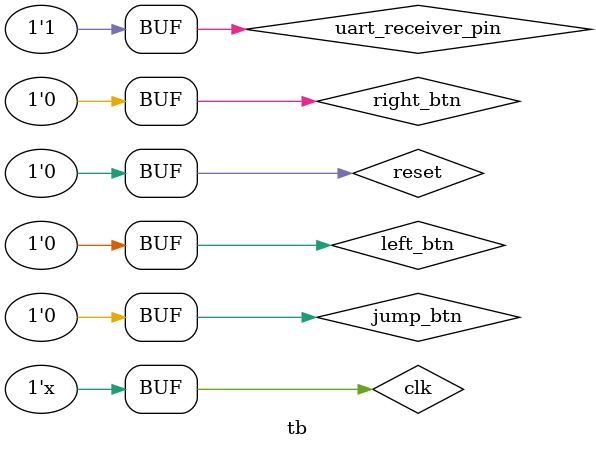
<source format=v>
`timescale 1ns / 1ps

module tb;
reg left_btn = 1'b0;
reg right_btn = 1'b0;
reg jump_btn = 1'b0;
reg clk = 1'b0;
reg reset = 1'b1;
reg uart_receiver_pin;
wire uart_trasmitter_pin;

top top (
    left_btn, 
    right_btn, 
    jump_btn, 
    clk, 
    reset, 
    uart_receiver_pin, 
    uart_transmitter_pin
  );
always #5 clk = ~clk;
  
initial begin
#100000000
reset = 1'b0;
#100000000
left_btn = 1'b1;
#500000000
left_btn = 1'b0;
#100000000
right_btn = 1'b1;
#500000000
right_btn = 1'b0;
#100000000
jump_btn = 1'b1;
#500000000
jump_btn = 1'b0;
end  

initial begin
#150000000
uart_receiver_pin = 1'b0;
#104167
uart_receiver_pin = 1'b0;
#104167
uart_receiver_pin = 1'b1;
#104167
uart_receiver_pin = 1'b0;
#104167
uart_receiver_pin = 1'b0;
#104167
uart_receiver_pin = 1'b1;
#104167
uart_receiver_pin = 1'b0;
#104167
uart_receiver_pin = 1'b0;
#104167
uart_receiver_pin = 1'b1;
#104167
uart_receiver_pin = 1'b1;
end
  
endmodule
</source>
